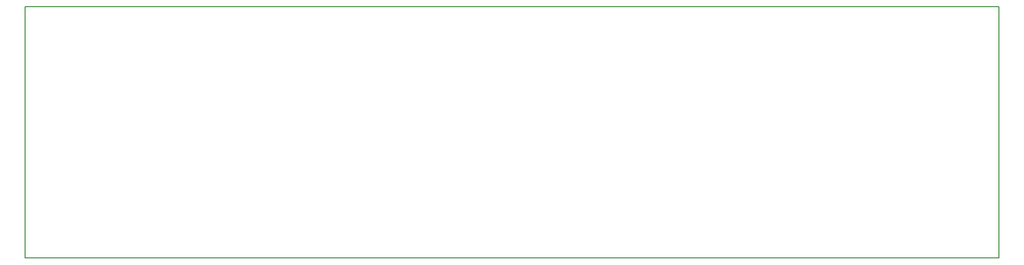
<source format=gbr>
%TF.GenerationSoftware,KiCad,Pcbnew,9.0.6*%
%TF.CreationDate,2026-01-10T21:11:38+01:00*%
%TF.ProjectId,_autosave-sisterboard_A,5f617574-6f73-4617-9665-2d7369737465,1.0*%
%TF.SameCoordinates,Original*%
%TF.FileFunction,Profile,NP*%
%FSLAX46Y46*%
G04 Gerber Fmt 4.6, Leading zero omitted, Abs format (unit mm)*
G04 Created by KiCad (PCBNEW 9.0.6) date 2026-01-10 21:11:38*
%MOMM*%
%LPD*%
G01*
G04 APERTURE LIST*
%TA.AperFunction,Profile*%
%ADD10C,0.200000*%
%TD*%
G04 APERTURE END LIST*
D10*
X67525000Y-76000000D02*
X228675000Y-76000000D01*
X228675000Y-117700000D01*
X67525000Y-117700000D01*
X67525000Y-76000000D01*
M02*

</source>
